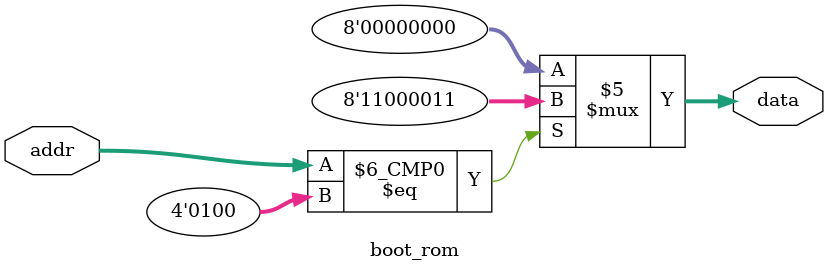
<source format=v>


module boot_rom (
    input wire [3:0]    addr,
    output wire [7:0]   data
    );

    always @(*)
        case (addr)
        9'h00:  data = 8'h00;       // NOP 
        9'h01:  data = 8'h00;       // NOP
        9'h02:  data = 8'h00;       // NOP
        9'h03:  data = 8'h00;       // NOP
        9'h04:  data = 8'hc3;       // JMP
        9'h05:  data = 8'h00;       // (LSB target address) 0
        9'h06:  data = 8'h00;       // (MSB target address) 0
        default:
                data = 0;
        endcase

endmodule

</source>
